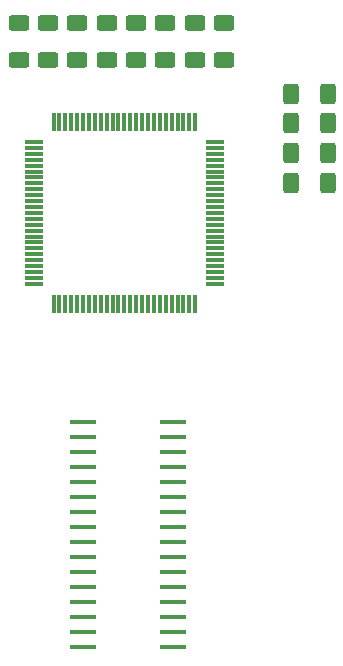
<source format=gtp>
G04 #@! TF.GenerationSoftware,KiCad,Pcbnew,(6.0.1-0)*
G04 #@! TF.CreationDate,2022-03-29T21:42:36-04:00*
G04 #@! TF.ProjectId,G76 Mini,47373620-4d69-46e6-992e-6b696361645f,rev?*
G04 #@! TF.SameCoordinates,Original*
G04 #@! TF.FileFunction,Paste,Top*
G04 #@! TF.FilePolarity,Positive*
%FSLAX46Y46*%
G04 Gerber Fmt 4.6, Leading zero omitted, Abs format (unit mm)*
G04 Created by KiCad (PCBNEW (6.0.1-0)) date 2022-03-29 21:42:36*
%MOMM*%
%LPD*%
G01*
G04 APERTURE LIST*
G04 Aperture macros list*
%AMRoundRect*
0 Rectangle with rounded corners*
0 $1 Rounding radius*
0 $2 $3 $4 $5 $6 $7 $8 $9 X,Y pos of 4 corners*
0 Add a 4 corners polygon primitive as box body*
4,1,4,$2,$3,$4,$5,$6,$7,$8,$9,$2,$3,0*
0 Add four circle primitives for the rounded corners*
1,1,$1+$1,$2,$3*
1,1,$1+$1,$4,$5*
1,1,$1+$1,$6,$7*
1,1,$1+$1,$8,$9*
0 Add four rect primitives between the rounded corners*
20,1,$1+$1,$2,$3,$4,$5,0*
20,1,$1+$1,$4,$5,$6,$7,0*
20,1,$1+$1,$6,$7,$8,$9,0*
20,1,$1+$1,$8,$9,$2,$3,0*%
G04 Aperture macros list end*
%ADD10RoundRect,0.250000X0.625000X-0.400000X0.625000X0.400000X-0.625000X0.400000X-0.625000X-0.400000X0*%
%ADD11R,2.200000X0.450000*%
%ADD12RoundRect,0.250000X-0.400000X-0.625000X0.400000X-0.625000X0.400000X0.625000X-0.400000X0.625000X0*%
%ADD13RoundRect,0.075000X0.725000X0.075000X-0.725000X0.075000X-0.725000X-0.075000X0.725000X-0.075000X0*%
%ADD14RoundRect,0.075000X0.075000X0.725000X-0.075000X0.725000X-0.075000X-0.725000X0.075000X-0.725000X0*%
G04 APERTURE END LIST*
D10*
X94615000Y-65024000D03*
X94615000Y-61924000D03*
D11*
X100076000Y-95719500D03*
X100076000Y-96989500D03*
X100076000Y-98259500D03*
X100076000Y-99529500D03*
X100076000Y-100799500D03*
X100076000Y-102069500D03*
X100076000Y-103339500D03*
X100076000Y-104609500D03*
X100076000Y-105879500D03*
X100076000Y-107149500D03*
X100076000Y-108419500D03*
X100076000Y-109689500D03*
X100076000Y-110959500D03*
X100076000Y-112229500D03*
X100076000Y-113499500D03*
X100076000Y-114769500D03*
X107696000Y-114769500D03*
X107696000Y-113499500D03*
X107696000Y-112229500D03*
X107696000Y-110959500D03*
X107696000Y-109689500D03*
X107696000Y-108419500D03*
X107696000Y-107149500D03*
X107696000Y-105879500D03*
X107696000Y-104609500D03*
X107696000Y-103339500D03*
X107696000Y-102069500D03*
X107696000Y-100799500D03*
X107696000Y-99529500D03*
X107696000Y-98259500D03*
X107696000Y-96989500D03*
X107696000Y-95719500D03*
D10*
X99586142Y-65024000D03*
X99586142Y-61924000D03*
X109528426Y-65024000D03*
X109528426Y-61924000D03*
D12*
X117703000Y-75438000D03*
X120803000Y-75438000D03*
X117703000Y-70358000D03*
X120803000Y-70358000D03*
D10*
X102071713Y-65024000D03*
X102071713Y-61924000D03*
D12*
X117703000Y-67945000D03*
X120803000Y-67945000D03*
D10*
X112014000Y-65024000D03*
X112014000Y-61924000D03*
D13*
X111251635Y-83974276D03*
X111251635Y-83474276D03*
X111251635Y-82974276D03*
X111251635Y-82474276D03*
X111251635Y-81974276D03*
X111251635Y-81474276D03*
X111251635Y-80974276D03*
X111251635Y-80474276D03*
X111251635Y-79974276D03*
X111251635Y-79474276D03*
X111251635Y-78974276D03*
X111251635Y-78474276D03*
X111251635Y-77974276D03*
X111251635Y-77474276D03*
X111251635Y-76974276D03*
X111251635Y-76474276D03*
X111251635Y-75974276D03*
X111251635Y-75474276D03*
X111251635Y-74974276D03*
X111251635Y-74474276D03*
X111251635Y-73974276D03*
X111251635Y-73474276D03*
X111251635Y-72974276D03*
X111251635Y-72474276D03*
X111251635Y-71974276D03*
D14*
X109576635Y-70299276D03*
X109076635Y-70299276D03*
X108576635Y-70299276D03*
X108076635Y-70299276D03*
X107576635Y-70299276D03*
X107076635Y-70299276D03*
X106576635Y-70299276D03*
X106076635Y-70299276D03*
X105576635Y-70299276D03*
X105076635Y-70299276D03*
X104576635Y-70299276D03*
X104076635Y-70299276D03*
X103576635Y-70299276D03*
X103076635Y-70299276D03*
X102576635Y-70299276D03*
X102076635Y-70299276D03*
X101576635Y-70299276D03*
X101076635Y-70299276D03*
X100576635Y-70299276D03*
X100076635Y-70299276D03*
X99576635Y-70299276D03*
X99076635Y-70299276D03*
X98576635Y-70299276D03*
X98076635Y-70299276D03*
X97576635Y-70299276D03*
D13*
X95901635Y-71974276D03*
X95901635Y-72474276D03*
X95901635Y-72974276D03*
X95901635Y-73474276D03*
X95901635Y-73974276D03*
X95901635Y-74474276D03*
X95901635Y-74974276D03*
X95901635Y-75474276D03*
X95901635Y-75974276D03*
X95901635Y-76474276D03*
X95901635Y-76974276D03*
X95901635Y-77474276D03*
X95901635Y-77974276D03*
X95901635Y-78474276D03*
X95901635Y-78974276D03*
X95901635Y-79474276D03*
X95901635Y-79974276D03*
X95901635Y-80474276D03*
X95901635Y-80974276D03*
X95901635Y-81474276D03*
X95901635Y-81974276D03*
X95901635Y-82474276D03*
X95901635Y-82974276D03*
X95901635Y-83474276D03*
X95901635Y-83974276D03*
D14*
X97576635Y-85649276D03*
X98076635Y-85649276D03*
X98576635Y-85649276D03*
X99076635Y-85649276D03*
X99576635Y-85649276D03*
X100076635Y-85649276D03*
X100576635Y-85649276D03*
X101076635Y-85649276D03*
X101576635Y-85649276D03*
X102076635Y-85649276D03*
X102576635Y-85649276D03*
X103076635Y-85649276D03*
X103576635Y-85649276D03*
X104076635Y-85649276D03*
X104576635Y-85649276D03*
X105076635Y-85649276D03*
X105576635Y-85649276D03*
X106076635Y-85649276D03*
X106576635Y-85649276D03*
X107076635Y-85649276D03*
X107576635Y-85649276D03*
X108076635Y-85649276D03*
X108576635Y-85649276D03*
X109076635Y-85649276D03*
X109576635Y-85649276D03*
D10*
X104557284Y-65024000D03*
X104557284Y-61924000D03*
X107042855Y-65024000D03*
X107042855Y-61924000D03*
D12*
X117703000Y-72898000D03*
X120803000Y-72898000D03*
D10*
X97100571Y-65024000D03*
X97100571Y-61924000D03*
M02*

</source>
